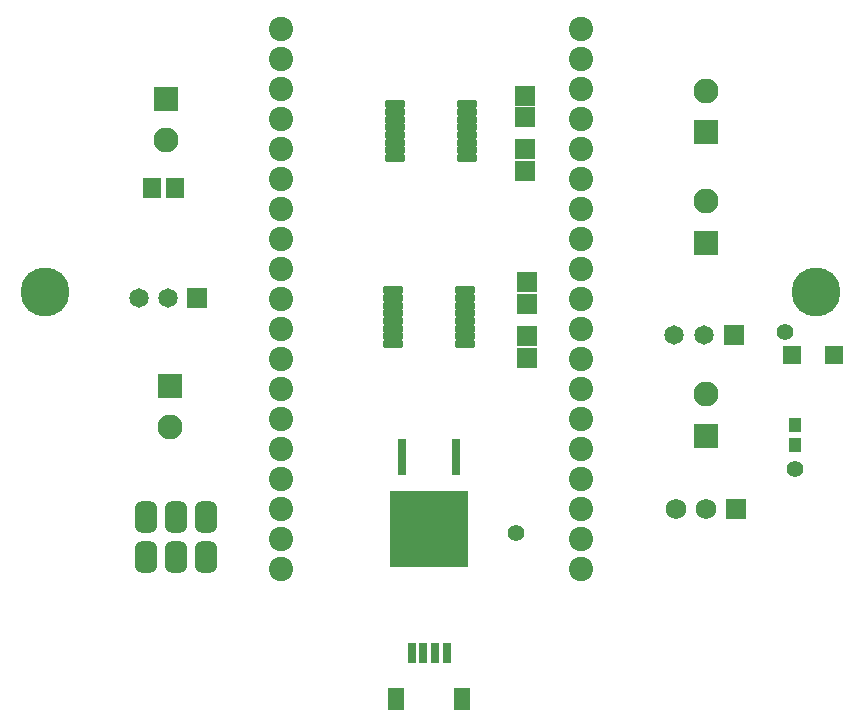
<source format=gts>
G04*
G04 #@! TF.GenerationSoftware,Altium Limited,Altium Designer,22.0.2 (36)*
G04*
G04 Layer_Color=8388736*
%FSLAX23Y23*%
%MOIN*%
G70*
G04*
G04 #@! TF.SameCoordinates,F56BB060-458F-4204-93A6-019121B336C4*
G04*
G04*
G04 #@! TF.FilePolarity,Negative*
G04*
G01*
G75*
%ADD18R,0.059X0.059*%
%ADD19R,0.044X0.049*%
%ADD22R,0.028X0.120*%
%ADD23R,0.260X0.257*%
G04:AMPARAMS|DCode=28|XSize=24mil|YSize=69mil|CornerRadius=5mil|HoleSize=0mil|Usage=FLASHONLY|Rotation=90.000|XOffset=0mil|YOffset=0mil|HoleType=Round|Shape=RoundedRectangle|*
%AMROUNDEDRECTD28*
21,1,0.024,0.059,0,0,90.0*
21,1,0.014,0.069,0,0,90.0*
1,1,0.010,0.030,0.007*
1,1,0.010,0.030,-0.007*
1,1,0.010,-0.030,-0.007*
1,1,0.010,-0.030,0.007*
%
%ADD28ROUNDEDRECTD28*%
%ADD29R,0.061X0.067*%
%ADD30R,0.067X0.065*%
%ADD31R,0.067X0.067*%
%ADD32R,0.030X0.067*%
%ADD33R,0.053X0.077*%
%ADD34C,0.065*%
%ADD35R,0.065X0.065*%
%ADD36C,0.083*%
%ADD37R,0.083X0.083*%
G04:AMPARAMS|DCode=38|XSize=73mil|YSize=104mil|CornerRadius=20mil|HoleSize=0mil|Usage=FLASHONLY|Rotation=180.000|XOffset=0mil|YOffset=0mil|HoleType=Round|Shape=RoundedRectangle|*
%AMROUNDEDRECTD38*
21,1,0.073,0.065,0,0,180.0*
21,1,0.033,0.104,0,0,180.0*
1,1,0.039,-0.017,0.032*
1,1,0.039,0.017,0.032*
1,1,0.039,0.017,-0.032*
1,1,0.039,-0.017,-0.032*
%
%ADD38ROUNDEDRECTD38*%
%ADD39R,0.069X0.069*%
%ADD40C,0.069*%
%ADD41C,0.163*%
%ADD42C,0.081*%
%ADD43C,0.056*%
D18*
X3721Y1710D02*
D03*
X3859D02*
D03*
D19*
X3730Y1410D02*
D03*
Y1475D02*
D03*
D22*
X2600Y1370D02*
D03*
X2420D02*
D03*
D23*
X2510Y1128D02*
D03*
D28*
X2395Y2545D02*
D03*
Y2519D02*
D03*
Y2494D02*
D03*
Y2468D02*
D03*
Y2442D02*
D03*
Y2417D02*
D03*
Y2391D02*
D03*
Y2366D02*
D03*
X2635Y2545D02*
D03*
Y2519D02*
D03*
Y2494D02*
D03*
Y2468D02*
D03*
Y2442D02*
D03*
Y2417D02*
D03*
Y2391D02*
D03*
Y2366D02*
D03*
X2390Y1925D02*
D03*
Y1899D02*
D03*
Y1874D02*
D03*
Y1848D02*
D03*
Y1823D02*
D03*
Y1797D02*
D03*
Y1771D02*
D03*
Y1746D02*
D03*
X2630Y1925D02*
D03*
Y1899D02*
D03*
Y1874D02*
D03*
Y1848D02*
D03*
Y1823D02*
D03*
Y1797D02*
D03*
Y1771D02*
D03*
Y1746D02*
D03*
D29*
X1588Y2265D02*
D03*
X1662D02*
D03*
D30*
X2830Y2574D02*
D03*
Y2503D02*
D03*
X2835Y1880D02*
D03*
Y1951D02*
D03*
D31*
X2830Y2395D02*
D03*
Y2322D02*
D03*
X2835Y1771D02*
D03*
Y1699D02*
D03*
D32*
X2570Y715D02*
D03*
X2531D02*
D03*
X2491D02*
D03*
X2452D02*
D03*
D33*
X2401Y562D02*
D03*
X2621D02*
D03*
D34*
X3328Y1775D02*
D03*
X3427D02*
D03*
X1542Y1900D02*
D03*
X1640D02*
D03*
D35*
X3525Y1775D02*
D03*
X1738Y1900D02*
D03*
D36*
X3432Y1578D02*
D03*
Y2221D02*
D03*
Y2589D02*
D03*
X1633Y2425D02*
D03*
X1648Y1469D02*
D03*
D37*
X3432Y1440D02*
D03*
Y2084D02*
D03*
Y2451D02*
D03*
X1633Y2563D02*
D03*
X1648Y1607D02*
D03*
D38*
X1765Y1035D02*
D03*
X1665D02*
D03*
X1565D02*
D03*
X1767Y1170D02*
D03*
X1667D02*
D03*
X1567D02*
D03*
D39*
X3532Y1195D02*
D03*
D40*
X3432D02*
D03*
X3332D02*
D03*
D41*
X1230Y1920D02*
D03*
X3800D02*
D03*
D42*
X3015Y2495D02*
D03*
Y2595D02*
D03*
Y2695D02*
D03*
Y2795D02*
D03*
Y2395D02*
D03*
Y2295D02*
D03*
Y2195D02*
D03*
Y2095D02*
D03*
Y1995D02*
D03*
Y1895D02*
D03*
Y1495D02*
D03*
Y1595D02*
D03*
Y1695D02*
D03*
Y1795D02*
D03*
Y1395D02*
D03*
Y1295D02*
D03*
Y1195D02*
D03*
Y1095D02*
D03*
Y995D02*
D03*
X2015Y2495D02*
D03*
Y2595D02*
D03*
Y2695D02*
D03*
Y2795D02*
D03*
Y2395D02*
D03*
Y2295D02*
D03*
Y2195D02*
D03*
Y2095D02*
D03*
Y1995D02*
D03*
Y1895D02*
D03*
Y1495D02*
D03*
Y1595D02*
D03*
Y1695D02*
D03*
Y1795D02*
D03*
Y1395D02*
D03*
Y1295D02*
D03*
Y1195D02*
D03*
Y1095D02*
D03*
Y995D02*
D03*
D43*
X3730Y1330D02*
D03*
X3695Y1785D02*
D03*
X2800Y1115D02*
D03*
M02*

</source>
